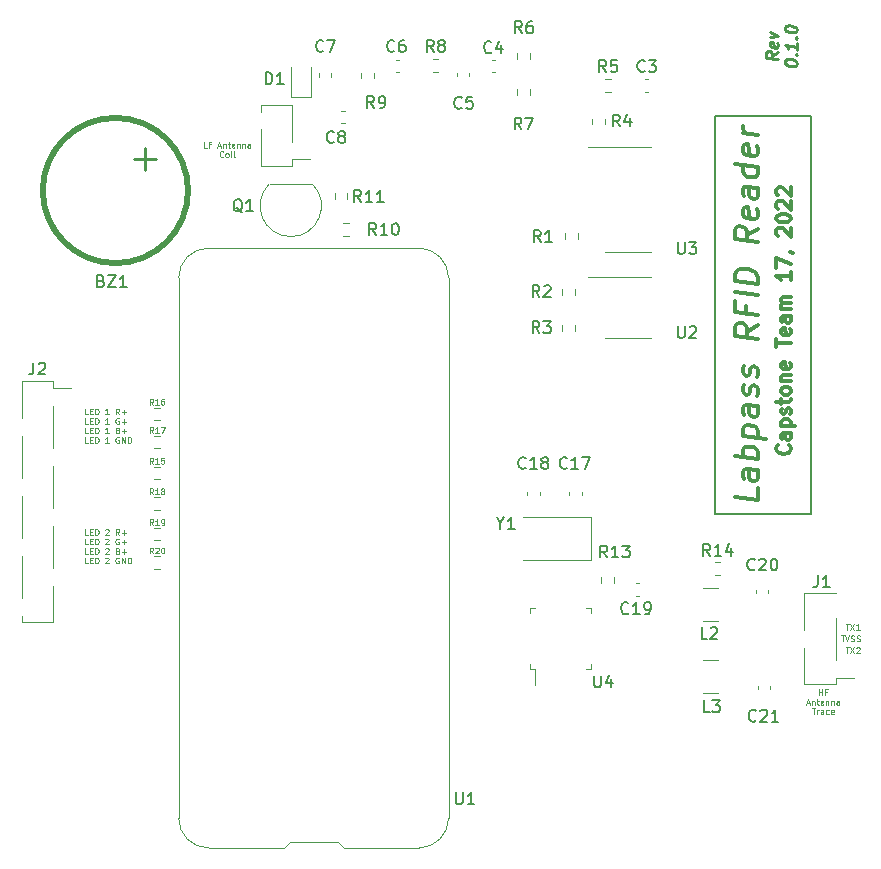
<source format=gto>
%TF.GenerationSoftware,KiCad,Pcbnew,(6.0.4-0)*%
%TF.CreationDate,2022-04-21T19:59:26-07:00*%
%TF.ProjectId,Labpass RFID Reader,4c616270-6173-4732-9052-464944205265,0.1.0*%
%TF.SameCoordinates,Original*%
%TF.FileFunction,Legend,Top*%
%TF.FilePolarity,Positive*%
%FSLAX46Y46*%
G04 Gerber Fmt 4.6, Leading zero omitted, Abs format (unit mm)*
G04 Created by KiCad (PCBNEW (6.0.4-0)) date 2022-04-21 19:59:26*
%MOMM*%
%LPD*%
G01*
G04 APERTURE LIST*
%ADD10C,0.150000*%
%ADD11C,0.100000*%
%ADD12C,0.300000*%
%ADD13C,0.250000*%
%ADD14C,0.120000*%
%ADD15C,0.500000*%
%ADD16C,0.050000*%
G04 APERTURE END LIST*
D10*
X167476169Y-103872169D02*
X175676169Y-103872169D01*
X175676169Y-103872169D02*
X175676169Y-70172169D01*
X175676169Y-70172169D02*
X167476169Y-70172169D01*
X167476169Y-70172169D02*
X167476169Y-103872169D01*
D11*
X114422142Y-95418690D02*
X114184047Y-95418690D01*
X114184047Y-94918690D01*
X114588809Y-95156785D02*
X114755476Y-95156785D01*
X114826904Y-95418690D02*
X114588809Y-95418690D01*
X114588809Y-94918690D01*
X114826904Y-94918690D01*
X115041190Y-95418690D02*
X115041190Y-94918690D01*
X115160238Y-94918690D01*
X115231666Y-94942500D01*
X115279285Y-94990119D01*
X115303095Y-95037738D01*
X115326904Y-95132976D01*
X115326904Y-95204404D01*
X115303095Y-95299642D01*
X115279285Y-95347261D01*
X115231666Y-95394880D01*
X115160238Y-95418690D01*
X115041190Y-95418690D01*
X116184047Y-95418690D02*
X115898333Y-95418690D01*
X116041190Y-95418690D02*
X116041190Y-94918690D01*
X115993571Y-94990119D01*
X115945952Y-95037738D01*
X115898333Y-95061547D01*
X117065000Y-95418690D02*
X116898333Y-95180595D01*
X116779285Y-95418690D02*
X116779285Y-94918690D01*
X116969761Y-94918690D01*
X117017380Y-94942500D01*
X117041190Y-94966309D01*
X117065000Y-95013928D01*
X117065000Y-95085357D01*
X117041190Y-95132976D01*
X117017380Y-95156785D01*
X116969761Y-95180595D01*
X116779285Y-95180595D01*
X117279285Y-95228214D02*
X117660238Y-95228214D01*
X117469761Y-95418690D02*
X117469761Y-95037738D01*
X114422142Y-96223690D02*
X114184047Y-96223690D01*
X114184047Y-95723690D01*
X114588809Y-95961785D02*
X114755476Y-95961785D01*
X114826904Y-96223690D02*
X114588809Y-96223690D01*
X114588809Y-95723690D01*
X114826904Y-95723690D01*
X115041190Y-96223690D02*
X115041190Y-95723690D01*
X115160238Y-95723690D01*
X115231666Y-95747500D01*
X115279285Y-95795119D01*
X115303095Y-95842738D01*
X115326904Y-95937976D01*
X115326904Y-96009404D01*
X115303095Y-96104642D01*
X115279285Y-96152261D01*
X115231666Y-96199880D01*
X115160238Y-96223690D01*
X115041190Y-96223690D01*
X116184047Y-96223690D02*
X115898333Y-96223690D01*
X116041190Y-96223690D02*
X116041190Y-95723690D01*
X115993571Y-95795119D01*
X115945952Y-95842738D01*
X115898333Y-95866547D01*
X117041190Y-95747500D02*
X116993571Y-95723690D01*
X116922142Y-95723690D01*
X116850714Y-95747500D01*
X116803095Y-95795119D01*
X116779285Y-95842738D01*
X116755476Y-95937976D01*
X116755476Y-96009404D01*
X116779285Y-96104642D01*
X116803095Y-96152261D01*
X116850714Y-96199880D01*
X116922142Y-96223690D01*
X116969761Y-96223690D01*
X117041190Y-96199880D01*
X117065000Y-96176071D01*
X117065000Y-96009404D01*
X116969761Y-96009404D01*
X117279285Y-96033214D02*
X117660238Y-96033214D01*
X117469761Y-96223690D02*
X117469761Y-95842738D01*
X114422142Y-97028690D02*
X114184047Y-97028690D01*
X114184047Y-96528690D01*
X114588809Y-96766785D02*
X114755476Y-96766785D01*
X114826904Y-97028690D02*
X114588809Y-97028690D01*
X114588809Y-96528690D01*
X114826904Y-96528690D01*
X115041190Y-97028690D02*
X115041190Y-96528690D01*
X115160238Y-96528690D01*
X115231666Y-96552500D01*
X115279285Y-96600119D01*
X115303095Y-96647738D01*
X115326904Y-96742976D01*
X115326904Y-96814404D01*
X115303095Y-96909642D01*
X115279285Y-96957261D01*
X115231666Y-97004880D01*
X115160238Y-97028690D01*
X115041190Y-97028690D01*
X116184047Y-97028690D02*
X115898333Y-97028690D01*
X116041190Y-97028690D02*
X116041190Y-96528690D01*
X115993571Y-96600119D01*
X115945952Y-96647738D01*
X115898333Y-96671547D01*
X116945952Y-96766785D02*
X117017380Y-96790595D01*
X117041190Y-96814404D01*
X117065000Y-96862023D01*
X117065000Y-96933452D01*
X117041190Y-96981071D01*
X117017380Y-97004880D01*
X116969761Y-97028690D01*
X116779285Y-97028690D01*
X116779285Y-96528690D01*
X116945952Y-96528690D01*
X116993571Y-96552500D01*
X117017380Y-96576309D01*
X117041190Y-96623928D01*
X117041190Y-96671547D01*
X117017380Y-96719166D01*
X116993571Y-96742976D01*
X116945952Y-96766785D01*
X116779285Y-96766785D01*
X117279285Y-96838214D02*
X117660238Y-96838214D01*
X117469761Y-97028690D02*
X117469761Y-96647738D01*
X114422142Y-97833690D02*
X114184047Y-97833690D01*
X114184047Y-97333690D01*
X114588809Y-97571785D02*
X114755476Y-97571785D01*
X114826904Y-97833690D02*
X114588809Y-97833690D01*
X114588809Y-97333690D01*
X114826904Y-97333690D01*
X115041190Y-97833690D02*
X115041190Y-97333690D01*
X115160238Y-97333690D01*
X115231666Y-97357500D01*
X115279285Y-97405119D01*
X115303095Y-97452738D01*
X115326904Y-97547976D01*
X115326904Y-97619404D01*
X115303095Y-97714642D01*
X115279285Y-97762261D01*
X115231666Y-97809880D01*
X115160238Y-97833690D01*
X115041190Y-97833690D01*
X116184047Y-97833690D02*
X115898333Y-97833690D01*
X116041190Y-97833690D02*
X116041190Y-97333690D01*
X115993571Y-97405119D01*
X115945952Y-97452738D01*
X115898333Y-97476547D01*
X117041190Y-97357500D02*
X116993571Y-97333690D01*
X116922142Y-97333690D01*
X116850714Y-97357500D01*
X116803095Y-97405119D01*
X116779285Y-97452738D01*
X116755476Y-97547976D01*
X116755476Y-97619404D01*
X116779285Y-97714642D01*
X116803095Y-97762261D01*
X116850714Y-97809880D01*
X116922142Y-97833690D01*
X116969761Y-97833690D01*
X117041190Y-97809880D01*
X117065000Y-97786071D01*
X117065000Y-97619404D01*
X116969761Y-97619404D01*
X117279285Y-97833690D02*
X117279285Y-97333690D01*
X117565000Y-97833690D01*
X117565000Y-97333690D01*
X117803095Y-97833690D02*
X117803095Y-97333690D01*
X117922142Y-97333690D01*
X117993571Y-97357500D01*
X118041190Y-97405119D01*
X118065000Y-97452738D01*
X118088809Y-97547976D01*
X118088809Y-97619404D01*
X118065000Y-97714642D01*
X118041190Y-97762261D01*
X117993571Y-97809880D01*
X117922142Y-97833690D01*
X117803095Y-97833690D01*
X178166666Y-114126190D02*
X178452380Y-114126190D01*
X178309523Y-114626190D02*
X178309523Y-114126190D01*
X178547619Y-114126190D02*
X178714285Y-114626190D01*
X178880952Y-114126190D01*
X179023809Y-114602380D02*
X179095238Y-114626190D01*
X179214285Y-114626190D01*
X179261904Y-114602380D01*
X179285714Y-114578571D01*
X179309523Y-114530952D01*
X179309523Y-114483333D01*
X179285714Y-114435714D01*
X179261904Y-114411904D01*
X179214285Y-114388095D01*
X179119047Y-114364285D01*
X179071428Y-114340476D01*
X179047619Y-114316666D01*
X179023809Y-114269047D01*
X179023809Y-114221428D01*
X179047619Y-114173809D01*
X179071428Y-114150000D01*
X179119047Y-114126190D01*
X179238095Y-114126190D01*
X179309523Y-114150000D01*
X179500000Y-114602380D02*
X179571428Y-114626190D01*
X179690476Y-114626190D01*
X179738095Y-114602380D01*
X179761904Y-114578571D01*
X179785714Y-114530952D01*
X179785714Y-114483333D01*
X179761904Y-114435714D01*
X179738095Y-114411904D01*
X179690476Y-114388095D01*
X179595238Y-114364285D01*
X179547619Y-114340476D01*
X179523809Y-114316666D01*
X179500000Y-114269047D01*
X179500000Y-114221428D01*
X179523809Y-114173809D01*
X179547619Y-114150000D01*
X179595238Y-114126190D01*
X179714285Y-114126190D01*
X179785714Y-114150000D01*
X124473809Y-72823690D02*
X124235714Y-72823690D01*
X124235714Y-72323690D01*
X124807142Y-72561785D02*
X124640476Y-72561785D01*
X124640476Y-72823690D02*
X124640476Y-72323690D01*
X124878571Y-72323690D01*
X125426190Y-72680833D02*
X125664285Y-72680833D01*
X125378571Y-72823690D02*
X125545238Y-72323690D01*
X125711904Y-72823690D01*
X125878571Y-72490357D02*
X125878571Y-72823690D01*
X125878571Y-72537976D02*
X125902380Y-72514166D01*
X125950000Y-72490357D01*
X126021428Y-72490357D01*
X126069047Y-72514166D01*
X126092857Y-72561785D01*
X126092857Y-72823690D01*
X126259523Y-72490357D02*
X126450000Y-72490357D01*
X126330952Y-72323690D02*
X126330952Y-72752261D01*
X126354761Y-72799880D01*
X126402380Y-72823690D01*
X126450000Y-72823690D01*
X126807142Y-72799880D02*
X126759523Y-72823690D01*
X126664285Y-72823690D01*
X126616666Y-72799880D01*
X126592857Y-72752261D01*
X126592857Y-72561785D01*
X126616666Y-72514166D01*
X126664285Y-72490357D01*
X126759523Y-72490357D01*
X126807142Y-72514166D01*
X126830952Y-72561785D01*
X126830952Y-72609404D01*
X126592857Y-72657023D01*
X127045238Y-72490357D02*
X127045238Y-72823690D01*
X127045238Y-72537976D02*
X127069047Y-72514166D01*
X127116666Y-72490357D01*
X127188095Y-72490357D01*
X127235714Y-72514166D01*
X127259523Y-72561785D01*
X127259523Y-72823690D01*
X127497619Y-72490357D02*
X127497619Y-72823690D01*
X127497619Y-72537976D02*
X127521428Y-72514166D01*
X127569047Y-72490357D01*
X127640476Y-72490357D01*
X127688095Y-72514166D01*
X127711904Y-72561785D01*
X127711904Y-72823690D01*
X128164285Y-72823690D02*
X128164285Y-72561785D01*
X128140476Y-72514166D01*
X128092857Y-72490357D01*
X127997619Y-72490357D01*
X127950000Y-72514166D01*
X128164285Y-72799880D02*
X128116666Y-72823690D01*
X127997619Y-72823690D01*
X127950000Y-72799880D01*
X127926190Y-72752261D01*
X127926190Y-72704642D01*
X127950000Y-72657023D01*
X127997619Y-72633214D01*
X128116666Y-72633214D01*
X128164285Y-72609404D01*
X125878571Y-73581071D02*
X125854761Y-73604880D01*
X125783333Y-73628690D01*
X125735714Y-73628690D01*
X125664285Y-73604880D01*
X125616666Y-73557261D01*
X125592857Y-73509642D01*
X125569047Y-73414404D01*
X125569047Y-73342976D01*
X125592857Y-73247738D01*
X125616666Y-73200119D01*
X125664285Y-73152500D01*
X125735714Y-73128690D01*
X125783333Y-73128690D01*
X125854761Y-73152500D01*
X125878571Y-73176309D01*
X126164285Y-73628690D02*
X126116666Y-73604880D01*
X126092857Y-73581071D01*
X126069047Y-73533452D01*
X126069047Y-73390595D01*
X126092857Y-73342976D01*
X126116666Y-73319166D01*
X126164285Y-73295357D01*
X126235714Y-73295357D01*
X126283333Y-73319166D01*
X126307142Y-73342976D01*
X126330952Y-73390595D01*
X126330952Y-73533452D01*
X126307142Y-73581071D01*
X126283333Y-73604880D01*
X126235714Y-73628690D01*
X126164285Y-73628690D01*
X126545238Y-73628690D02*
X126545238Y-73295357D01*
X126545238Y-73128690D02*
X126521428Y-73152500D01*
X126545238Y-73176309D01*
X126569047Y-73152500D01*
X126545238Y-73128690D01*
X126545238Y-73176309D01*
X126854761Y-73628690D02*
X126807142Y-73604880D01*
X126783333Y-73557261D01*
X126783333Y-73128690D01*
X176309039Y-119181470D02*
X176309039Y-118681470D01*
X176309039Y-118919565D02*
X176594753Y-118919565D01*
X176594753Y-119181470D02*
X176594753Y-118681470D01*
X176999515Y-118919565D02*
X176832848Y-118919565D01*
X176832848Y-119181470D02*
X176832848Y-118681470D01*
X177070943Y-118681470D01*
X175285229Y-119843613D02*
X175523324Y-119843613D01*
X175237610Y-119986470D02*
X175404277Y-119486470D01*
X175570943Y-119986470D01*
X175737610Y-119653137D02*
X175737610Y-119986470D01*
X175737610Y-119700756D02*
X175761420Y-119676946D01*
X175809039Y-119653137D01*
X175880467Y-119653137D01*
X175928086Y-119676946D01*
X175951896Y-119724565D01*
X175951896Y-119986470D01*
X176118562Y-119653137D02*
X176309039Y-119653137D01*
X176189991Y-119486470D02*
X176189991Y-119915041D01*
X176213801Y-119962660D01*
X176261420Y-119986470D01*
X176309039Y-119986470D01*
X176666182Y-119962660D02*
X176618562Y-119986470D01*
X176523324Y-119986470D01*
X176475705Y-119962660D01*
X176451896Y-119915041D01*
X176451896Y-119724565D01*
X176475705Y-119676946D01*
X176523324Y-119653137D01*
X176618562Y-119653137D01*
X176666182Y-119676946D01*
X176689991Y-119724565D01*
X176689991Y-119772184D01*
X176451896Y-119819803D01*
X176904277Y-119653137D02*
X176904277Y-119986470D01*
X176904277Y-119700756D02*
X176928086Y-119676946D01*
X176975705Y-119653137D01*
X177047134Y-119653137D01*
X177094753Y-119676946D01*
X177118562Y-119724565D01*
X177118562Y-119986470D01*
X177356658Y-119653137D02*
X177356658Y-119986470D01*
X177356658Y-119700756D02*
X177380467Y-119676946D01*
X177428086Y-119653137D01*
X177499515Y-119653137D01*
X177547134Y-119676946D01*
X177570943Y-119724565D01*
X177570943Y-119986470D01*
X178023324Y-119986470D02*
X178023324Y-119724565D01*
X177999515Y-119676946D01*
X177951896Y-119653137D01*
X177856658Y-119653137D01*
X177809039Y-119676946D01*
X178023324Y-119962660D02*
X177975705Y-119986470D01*
X177856658Y-119986470D01*
X177809039Y-119962660D01*
X177785229Y-119915041D01*
X177785229Y-119867422D01*
X177809039Y-119819803D01*
X177856658Y-119795994D01*
X177975705Y-119795994D01*
X178023324Y-119772184D01*
X175713801Y-120291470D02*
X175999515Y-120291470D01*
X175856658Y-120791470D02*
X175856658Y-120291470D01*
X176166182Y-120791470D02*
X176166182Y-120458137D01*
X176166182Y-120553375D02*
X176189991Y-120505756D01*
X176213801Y-120481946D01*
X176261420Y-120458137D01*
X176309039Y-120458137D01*
X176689991Y-120791470D02*
X176689991Y-120529565D01*
X176666182Y-120481946D01*
X176618562Y-120458137D01*
X176523324Y-120458137D01*
X176475705Y-120481946D01*
X176689991Y-120767660D02*
X176642372Y-120791470D01*
X176523324Y-120791470D01*
X176475705Y-120767660D01*
X176451896Y-120720041D01*
X176451896Y-120672422D01*
X176475705Y-120624803D01*
X176523324Y-120600994D01*
X176642372Y-120600994D01*
X176689991Y-120577184D01*
X177142372Y-120767660D02*
X177094753Y-120791470D01*
X176999515Y-120791470D01*
X176951896Y-120767660D01*
X176928086Y-120743851D01*
X176904277Y-120696232D01*
X176904277Y-120553375D01*
X176928086Y-120505756D01*
X176951896Y-120481946D01*
X176999515Y-120458137D01*
X177094753Y-120458137D01*
X177142372Y-120481946D01*
X177547134Y-120767660D02*
X177499515Y-120791470D01*
X177404277Y-120791470D01*
X177356658Y-120767660D01*
X177332848Y-120720041D01*
X177332848Y-120529565D01*
X177356658Y-120481946D01*
X177404277Y-120458137D01*
X177499515Y-120458137D01*
X177547134Y-120481946D01*
X177570943Y-120529565D01*
X177570943Y-120577184D01*
X177332848Y-120624803D01*
D12*
X173804740Y-98015026D02*
X173861883Y-98072169D01*
X173919026Y-98243597D01*
X173919026Y-98357883D01*
X173861883Y-98529311D01*
X173747597Y-98643597D01*
X173633311Y-98700740D01*
X173404740Y-98757883D01*
X173233311Y-98757883D01*
X173004740Y-98700740D01*
X172890454Y-98643597D01*
X172776169Y-98529311D01*
X172719026Y-98357883D01*
X172719026Y-98243597D01*
X172776169Y-98072169D01*
X172833311Y-98015026D01*
X173919026Y-96986454D02*
X173290454Y-96986454D01*
X173176169Y-97043597D01*
X173119026Y-97157883D01*
X173119026Y-97386454D01*
X173176169Y-97500740D01*
X173861883Y-96986454D02*
X173919026Y-97100740D01*
X173919026Y-97386454D01*
X173861883Y-97500740D01*
X173747597Y-97557883D01*
X173633311Y-97557883D01*
X173519026Y-97500740D01*
X173461883Y-97386454D01*
X173461883Y-97100740D01*
X173404740Y-96986454D01*
X173119026Y-96415026D02*
X174319026Y-96415026D01*
X173176169Y-96415026D02*
X173119026Y-96300740D01*
X173119026Y-96072169D01*
X173176169Y-95957883D01*
X173233311Y-95900740D01*
X173347597Y-95843597D01*
X173690454Y-95843597D01*
X173804740Y-95900740D01*
X173861883Y-95957883D01*
X173919026Y-96072169D01*
X173919026Y-96300740D01*
X173861883Y-96415026D01*
X173861883Y-95386454D02*
X173919026Y-95272169D01*
X173919026Y-95043597D01*
X173861883Y-94929311D01*
X173747597Y-94872169D01*
X173690454Y-94872169D01*
X173576169Y-94929311D01*
X173519026Y-95043597D01*
X173519026Y-95215026D01*
X173461883Y-95329311D01*
X173347597Y-95386454D01*
X173290454Y-95386454D01*
X173176169Y-95329311D01*
X173119026Y-95215026D01*
X173119026Y-95043597D01*
X173176169Y-94929311D01*
X173119026Y-94529311D02*
X173119026Y-94072169D01*
X172719026Y-94357883D02*
X173747597Y-94357883D01*
X173861883Y-94300740D01*
X173919026Y-94186454D01*
X173919026Y-94072169D01*
X173919026Y-93500740D02*
X173861883Y-93615026D01*
X173804740Y-93672169D01*
X173690454Y-93729311D01*
X173347597Y-93729311D01*
X173233311Y-93672169D01*
X173176169Y-93615026D01*
X173119026Y-93500740D01*
X173119026Y-93329311D01*
X173176169Y-93215026D01*
X173233311Y-93157883D01*
X173347597Y-93100740D01*
X173690454Y-93100740D01*
X173804740Y-93157883D01*
X173861883Y-93215026D01*
X173919026Y-93329311D01*
X173919026Y-93500740D01*
X173119026Y-92586454D02*
X173919026Y-92586454D01*
X173233311Y-92586454D02*
X173176169Y-92529311D01*
X173119026Y-92415026D01*
X173119026Y-92243597D01*
X173176169Y-92129311D01*
X173290454Y-92072169D01*
X173919026Y-92072169D01*
X173861883Y-91043597D02*
X173919026Y-91157883D01*
X173919026Y-91386454D01*
X173861883Y-91500740D01*
X173747597Y-91557883D01*
X173290454Y-91557883D01*
X173176169Y-91500740D01*
X173119026Y-91386454D01*
X173119026Y-91157883D01*
X173176169Y-91043597D01*
X173290454Y-90986454D01*
X173404740Y-90986454D01*
X173519026Y-91557883D01*
X172719026Y-89729311D02*
X172719026Y-89043597D01*
X173919026Y-89386454D02*
X172719026Y-89386454D01*
X173861883Y-88186454D02*
X173919026Y-88300740D01*
X173919026Y-88529311D01*
X173861883Y-88643597D01*
X173747597Y-88700740D01*
X173290454Y-88700740D01*
X173176169Y-88643597D01*
X173119026Y-88529311D01*
X173119026Y-88300740D01*
X173176169Y-88186454D01*
X173290454Y-88129311D01*
X173404740Y-88129311D01*
X173519026Y-88700740D01*
X173919026Y-87100740D02*
X173290454Y-87100740D01*
X173176169Y-87157883D01*
X173119026Y-87272169D01*
X173119026Y-87500740D01*
X173176169Y-87615026D01*
X173861883Y-87100740D02*
X173919026Y-87215026D01*
X173919026Y-87500740D01*
X173861883Y-87615026D01*
X173747597Y-87672169D01*
X173633311Y-87672169D01*
X173519026Y-87615026D01*
X173461883Y-87500740D01*
X173461883Y-87215026D01*
X173404740Y-87100740D01*
X173919026Y-86529311D02*
X173119026Y-86529311D01*
X173233311Y-86529311D02*
X173176169Y-86472169D01*
X173119026Y-86357883D01*
X173119026Y-86186454D01*
X173176169Y-86072169D01*
X173290454Y-86015026D01*
X173919026Y-86015026D01*
X173290454Y-86015026D02*
X173176169Y-85957883D01*
X173119026Y-85843597D01*
X173119026Y-85672169D01*
X173176169Y-85557883D01*
X173290454Y-85500740D01*
X173919026Y-85500740D01*
X173919026Y-83386454D02*
X173919026Y-84072169D01*
X173919026Y-83729311D02*
X172719026Y-83729311D01*
X172890454Y-83843597D01*
X173004740Y-83957883D01*
X173061883Y-84072169D01*
X172719026Y-82986454D02*
X172719026Y-82186454D01*
X173919026Y-82700740D01*
X173861883Y-81672169D02*
X173919026Y-81672169D01*
X174033311Y-81729311D01*
X174090454Y-81786454D01*
X172833311Y-80300740D02*
X172776169Y-80243597D01*
X172719026Y-80129311D01*
X172719026Y-79843597D01*
X172776169Y-79729311D01*
X172833311Y-79672169D01*
X172947597Y-79615026D01*
X173061883Y-79615026D01*
X173233311Y-79672169D01*
X173919026Y-80357883D01*
X173919026Y-79615026D01*
X172719026Y-78872169D02*
X172719026Y-78757883D01*
X172776169Y-78643597D01*
X172833311Y-78586454D01*
X172947597Y-78529311D01*
X173176169Y-78472169D01*
X173461883Y-78472169D01*
X173690454Y-78529311D01*
X173804740Y-78586454D01*
X173861883Y-78643597D01*
X173919026Y-78757883D01*
X173919026Y-78872169D01*
X173861883Y-78986454D01*
X173804740Y-79043597D01*
X173690454Y-79100740D01*
X173461883Y-79157883D01*
X173176169Y-79157883D01*
X172947597Y-79100740D01*
X172833311Y-79043597D01*
X172776169Y-78986454D01*
X172719026Y-78872169D01*
X172833311Y-78015026D02*
X172776169Y-77957883D01*
X172719026Y-77843597D01*
X172719026Y-77557883D01*
X172776169Y-77443597D01*
X172833311Y-77386454D01*
X172947597Y-77329311D01*
X173061883Y-77329311D01*
X173233311Y-77386454D01*
X173919026Y-78072169D01*
X173919026Y-77329311D01*
X172833311Y-76872169D02*
X172776169Y-76815026D01*
X172719026Y-76700740D01*
X172719026Y-76415026D01*
X172776169Y-76300740D01*
X172833311Y-76243597D01*
X172947597Y-76186454D01*
X173061883Y-76186454D01*
X173233311Y-76243597D01*
X173919026Y-76929311D01*
X173919026Y-76186454D01*
X171180930Y-101680561D02*
X171180930Y-102632942D01*
X169180930Y-102382942D01*
X171180930Y-100156752D02*
X170133311Y-100025799D01*
X169942835Y-100097228D01*
X169847597Y-100275799D01*
X169847597Y-100656752D01*
X169942835Y-100859133D01*
X171085692Y-100144847D02*
X171180930Y-100347228D01*
X171180930Y-100823419D01*
X171085692Y-101001990D01*
X170895216Y-101073419D01*
X170704740Y-101049609D01*
X170514264Y-100930561D01*
X170419026Y-100728180D01*
X170419026Y-100251990D01*
X170323788Y-100049609D01*
X171180930Y-99204371D02*
X169180930Y-98954371D01*
X169942835Y-99049609D02*
X169847597Y-98847228D01*
X169847597Y-98466276D01*
X169942835Y-98287704D01*
X170038073Y-98204371D01*
X170228549Y-98132942D01*
X170799978Y-98204371D01*
X170990454Y-98323419D01*
X171085692Y-98430561D01*
X171180930Y-98632942D01*
X171180930Y-99013895D01*
X171085692Y-99192466D01*
X169847597Y-97228180D02*
X171847597Y-97478180D01*
X169942835Y-97240085D02*
X169847597Y-97037704D01*
X169847597Y-96656752D01*
X169942835Y-96478180D01*
X170038073Y-96394847D01*
X170228549Y-96323419D01*
X170799978Y-96394847D01*
X170990454Y-96513895D01*
X171085692Y-96621038D01*
X171180930Y-96823419D01*
X171180930Y-97204371D01*
X171085692Y-97382942D01*
X171180930Y-94728180D02*
X170133311Y-94597228D01*
X169942835Y-94668657D01*
X169847597Y-94847228D01*
X169847597Y-95228180D01*
X169942835Y-95430561D01*
X171085692Y-94716276D02*
X171180930Y-94918657D01*
X171180930Y-95394847D01*
X171085692Y-95573419D01*
X170895216Y-95644847D01*
X170704740Y-95621038D01*
X170514264Y-95501990D01*
X170419026Y-95299609D01*
X170419026Y-94823419D01*
X170323788Y-94621038D01*
X171085692Y-93859133D02*
X171180930Y-93680561D01*
X171180930Y-93299609D01*
X171085692Y-93097228D01*
X170895216Y-92978180D01*
X170799978Y-92966276D01*
X170609502Y-93037704D01*
X170514264Y-93216276D01*
X170514264Y-93501990D01*
X170419026Y-93680561D01*
X170228549Y-93751990D01*
X170133311Y-93740085D01*
X169942835Y-93621038D01*
X169847597Y-93418657D01*
X169847597Y-93132942D01*
X169942835Y-92954371D01*
X171085692Y-92240085D02*
X171180930Y-92061514D01*
X171180930Y-91680561D01*
X171085692Y-91478180D01*
X170895216Y-91359133D01*
X170799978Y-91347228D01*
X170609502Y-91418657D01*
X170514264Y-91597228D01*
X170514264Y-91882942D01*
X170419026Y-92061514D01*
X170228549Y-92132942D01*
X170133311Y-92121038D01*
X169942835Y-92001990D01*
X169847597Y-91799609D01*
X169847597Y-91513895D01*
X169942835Y-91335323D01*
X171180930Y-87871038D02*
X170228549Y-88418657D01*
X171180930Y-89013895D02*
X169180930Y-88763895D01*
X169180930Y-88001990D01*
X169276169Y-87823419D01*
X169371407Y-87740085D01*
X169561883Y-87668657D01*
X169847597Y-87704371D01*
X170038073Y-87823419D01*
X170133311Y-87930561D01*
X170228549Y-88132942D01*
X170228549Y-88894847D01*
X170133311Y-86216276D02*
X170133311Y-86882942D01*
X171180930Y-87013895D02*
X169180930Y-86763895D01*
X169180930Y-85811514D01*
X171180930Y-85299609D02*
X169180930Y-85049609D01*
X171180930Y-84347228D02*
X169180930Y-84097228D01*
X169180930Y-83621038D01*
X169276169Y-83347228D01*
X169466645Y-83180561D01*
X169657121Y-83109133D01*
X170038073Y-83061514D01*
X170323788Y-83097228D01*
X170704740Y-83240085D01*
X170895216Y-83359133D01*
X171085692Y-83573419D01*
X171180930Y-83871038D01*
X171180930Y-84347228D01*
X171180930Y-79680561D02*
X170228549Y-80228180D01*
X171180930Y-80823419D02*
X169180930Y-80573419D01*
X169180930Y-79811514D01*
X169276169Y-79632942D01*
X169371407Y-79549609D01*
X169561883Y-79478180D01*
X169847597Y-79513895D01*
X170038073Y-79632942D01*
X170133311Y-79740085D01*
X170228549Y-79942466D01*
X170228549Y-80704371D01*
X171085692Y-78049609D02*
X171180930Y-78251990D01*
X171180930Y-78632942D01*
X171085692Y-78811514D01*
X170895216Y-78882942D01*
X170133311Y-78787704D01*
X169942835Y-78668657D01*
X169847597Y-78466276D01*
X169847597Y-78085323D01*
X169942835Y-77906752D01*
X170133311Y-77835323D01*
X170323788Y-77859133D01*
X170514264Y-78835323D01*
X171180930Y-76251990D02*
X170133311Y-76121038D01*
X169942835Y-76192466D01*
X169847597Y-76371038D01*
X169847597Y-76751990D01*
X169942835Y-76954371D01*
X171085692Y-76240085D02*
X171180930Y-76442466D01*
X171180930Y-76918657D01*
X171085692Y-77097228D01*
X170895216Y-77168657D01*
X170704740Y-77144847D01*
X170514264Y-77025799D01*
X170419026Y-76823419D01*
X170419026Y-76347228D01*
X170323788Y-76144847D01*
X171180930Y-74442466D02*
X169180930Y-74192466D01*
X171085692Y-74430561D02*
X171180930Y-74632942D01*
X171180930Y-75013895D01*
X171085692Y-75192466D01*
X170990454Y-75275799D01*
X170799978Y-75347228D01*
X170228549Y-75275799D01*
X170038073Y-75156752D01*
X169942835Y-75049609D01*
X169847597Y-74847228D01*
X169847597Y-74466276D01*
X169942835Y-74287704D01*
X171085692Y-72716276D02*
X171180930Y-72918657D01*
X171180930Y-73299609D01*
X171085692Y-73478180D01*
X170895216Y-73549609D01*
X170133311Y-73454371D01*
X169942835Y-73335323D01*
X169847597Y-73132942D01*
X169847597Y-72751990D01*
X169942835Y-72573419D01*
X170133311Y-72501990D01*
X170323788Y-72525799D01*
X170514264Y-73501990D01*
X171180930Y-71775799D02*
X169847597Y-71609133D01*
X170228549Y-71656752D02*
X170038073Y-71537704D01*
X169942835Y-71430561D01*
X169847597Y-71228180D01*
X169847597Y-71037704D01*
D11*
X178580952Y-115126190D02*
X178866666Y-115126190D01*
X178723809Y-115626190D02*
X178723809Y-115126190D01*
X178985714Y-115126190D02*
X179319047Y-115626190D01*
X179319047Y-115126190D02*
X178985714Y-115626190D01*
X179485714Y-115173809D02*
X179509523Y-115150000D01*
X179557142Y-115126190D01*
X179676190Y-115126190D01*
X179723809Y-115150000D01*
X179747619Y-115173809D01*
X179771428Y-115221428D01*
X179771428Y-115269047D01*
X179747619Y-115340476D01*
X179461904Y-115626190D01*
X179771428Y-115626190D01*
X178580952Y-113126190D02*
X178866666Y-113126190D01*
X178723809Y-113626190D02*
X178723809Y-113126190D01*
X178985714Y-113126190D02*
X179319047Y-113626190D01*
X179319047Y-113126190D02*
X178985714Y-113626190D01*
X179771428Y-113626190D02*
X179485714Y-113626190D01*
X179628571Y-113626190D02*
X179628571Y-113126190D01*
X179580952Y-113197619D01*
X179533333Y-113245238D01*
X179485714Y-113269047D01*
D13*
X172823549Y-64766841D02*
X172347359Y-65040651D01*
X172823549Y-65338270D02*
X171823549Y-65213270D01*
X171823549Y-64832317D01*
X171871169Y-64743032D01*
X171918788Y-64701365D01*
X172014026Y-64665651D01*
X172156883Y-64683508D01*
X172252121Y-64743032D01*
X172299740Y-64796603D01*
X172347359Y-64897794D01*
X172347359Y-65278746D01*
X172775930Y-63951365D02*
X172823549Y-64052555D01*
X172823549Y-64243032D01*
X172775930Y-64332317D01*
X172680692Y-64368032D01*
X172299740Y-64320413D01*
X172204502Y-64260889D01*
X172156883Y-64159698D01*
X172156883Y-63969222D01*
X172204502Y-63879936D01*
X172299740Y-63844222D01*
X172394978Y-63856127D01*
X172490216Y-64344222D01*
X172156883Y-63493032D02*
X172823549Y-63338270D01*
X172156883Y-63016841D01*
X173433549Y-65618032D02*
X173433549Y-65522794D01*
X173481169Y-65433508D01*
X173528788Y-65391841D01*
X173624026Y-65356127D01*
X173814502Y-65332317D01*
X174052597Y-65362079D01*
X174243073Y-65433508D01*
X174338311Y-65493032D01*
X174385930Y-65546603D01*
X174433549Y-65647794D01*
X174433549Y-65743032D01*
X174385930Y-65832317D01*
X174338311Y-65873984D01*
X174243073Y-65909698D01*
X174052597Y-65933508D01*
X173814502Y-65903746D01*
X173624026Y-65832317D01*
X173528788Y-65772794D01*
X173481169Y-65719222D01*
X173433549Y-65618032D01*
X174338311Y-64969222D02*
X174385930Y-64927555D01*
X174433549Y-64981127D01*
X174385930Y-65022794D01*
X174338311Y-64969222D01*
X174433549Y-64981127D01*
X174433549Y-63981127D02*
X174433549Y-64552555D01*
X174433549Y-64266841D02*
X173433549Y-64141841D01*
X173576407Y-64254936D01*
X173671645Y-64362079D01*
X173719264Y-64463270D01*
X174338311Y-63540651D02*
X174385930Y-63498984D01*
X174433549Y-63552555D01*
X174385930Y-63594222D01*
X174338311Y-63540651D01*
X174433549Y-63552555D01*
X173433549Y-62760889D02*
X173433549Y-62665651D01*
X173481169Y-62576365D01*
X173528788Y-62534698D01*
X173624026Y-62498984D01*
X173814502Y-62475174D01*
X174052597Y-62504936D01*
X174243073Y-62576365D01*
X174338311Y-62635889D01*
X174385930Y-62689460D01*
X174433549Y-62790651D01*
X174433549Y-62885889D01*
X174385930Y-62975174D01*
X174338311Y-63016841D01*
X174243073Y-63052555D01*
X174052597Y-63076365D01*
X173814502Y-63046603D01*
X173624026Y-62975174D01*
X173528788Y-62915651D01*
X173481169Y-62862079D01*
X173433549Y-62760889D01*
D11*
X114422142Y-105618690D02*
X114184047Y-105618690D01*
X114184047Y-105118690D01*
X114588809Y-105356785D02*
X114755476Y-105356785D01*
X114826904Y-105618690D02*
X114588809Y-105618690D01*
X114588809Y-105118690D01*
X114826904Y-105118690D01*
X115041190Y-105618690D02*
X115041190Y-105118690D01*
X115160238Y-105118690D01*
X115231666Y-105142500D01*
X115279285Y-105190119D01*
X115303095Y-105237738D01*
X115326904Y-105332976D01*
X115326904Y-105404404D01*
X115303095Y-105499642D01*
X115279285Y-105547261D01*
X115231666Y-105594880D01*
X115160238Y-105618690D01*
X115041190Y-105618690D01*
X115898333Y-105166309D02*
X115922142Y-105142500D01*
X115969761Y-105118690D01*
X116088809Y-105118690D01*
X116136428Y-105142500D01*
X116160238Y-105166309D01*
X116184047Y-105213928D01*
X116184047Y-105261547D01*
X116160238Y-105332976D01*
X115874523Y-105618690D01*
X116184047Y-105618690D01*
X117065000Y-105618690D02*
X116898333Y-105380595D01*
X116779285Y-105618690D02*
X116779285Y-105118690D01*
X116969761Y-105118690D01*
X117017380Y-105142500D01*
X117041190Y-105166309D01*
X117065000Y-105213928D01*
X117065000Y-105285357D01*
X117041190Y-105332976D01*
X117017380Y-105356785D01*
X116969761Y-105380595D01*
X116779285Y-105380595D01*
X117279285Y-105428214D02*
X117660238Y-105428214D01*
X117469761Y-105618690D02*
X117469761Y-105237738D01*
X114422142Y-106423690D02*
X114184047Y-106423690D01*
X114184047Y-105923690D01*
X114588809Y-106161785D02*
X114755476Y-106161785D01*
X114826904Y-106423690D02*
X114588809Y-106423690D01*
X114588809Y-105923690D01*
X114826904Y-105923690D01*
X115041190Y-106423690D02*
X115041190Y-105923690D01*
X115160238Y-105923690D01*
X115231666Y-105947500D01*
X115279285Y-105995119D01*
X115303095Y-106042738D01*
X115326904Y-106137976D01*
X115326904Y-106209404D01*
X115303095Y-106304642D01*
X115279285Y-106352261D01*
X115231666Y-106399880D01*
X115160238Y-106423690D01*
X115041190Y-106423690D01*
X115898333Y-105971309D02*
X115922142Y-105947500D01*
X115969761Y-105923690D01*
X116088809Y-105923690D01*
X116136428Y-105947500D01*
X116160238Y-105971309D01*
X116184047Y-106018928D01*
X116184047Y-106066547D01*
X116160238Y-106137976D01*
X115874523Y-106423690D01*
X116184047Y-106423690D01*
X117041190Y-105947500D02*
X116993571Y-105923690D01*
X116922142Y-105923690D01*
X116850714Y-105947500D01*
X116803095Y-105995119D01*
X116779285Y-106042738D01*
X116755476Y-106137976D01*
X116755476Y-106209404D01*
X116779285Y-106304642D01*
X116803095Y-106352261D01*
X116850714Y-106399880D01*
X116922142Y-106423690D01*
X116969761Y-106423690D01*
X117041190Y-106399880D01*
X117065000Y-106376071D01*
X117065000Y-106209404D01*
X116969761Y-106209404D01*
X117279285Y-106233214D02*
X117660238Y-106233214D01*
X117469761Y-106423690D02*
X117469761Y-106042738D01*
X114422142Y-107228690D02*
X114184047Y-107228690D01*
X114184047Y-106728690D01*
X114588809Y-106966785D02*
X114755476Y-106966785D01*
X114826904Y-107228690D02*
X114588809Y-107228690D01*
X114588809Y-106728690D01*
X114826904Y-106728690D01*
X115041190Y-107228690D02*
X115041190Y-106728690D01*
X115160238Y-106728690D01*
X115231666Y-106752500D01*
X115279285Y-106800119D01*
X115303095Y-106847738D01*
X115326904Y-106942976D01*
X115326904Y-107014404D01*
X115303095Y-107109642D01*
X115279285Y-107157261D01*
X115231666Y-107204880D01*
X115160238Y-107228690D01*
X115041190Y-107228690D01*
X115898333Y-106776309D02*
X115922142Y-106752500D01*
X115969761Y-106728690D01*
X116088809Y-106728690D01*
X116136428Y-106752500D01*
X116160238Y-106776309D01*
X116184047Y-106823928D01*
X116184047Y-106871547D01*
X116160238Y-106942976D01*
X115874523Y-107228690D01*
X116184047Y-107228690D01*
X116945952Y-106966785D02*
X117017380Y-106990595D01*
X117041190Y-107014404D01*
X117065000Y-107062023D01*
X117065000Y-107133452D01*
X117041190Y-107181071D01*
X117017380Y-107204880D01*
X116969761Y-107228690D01*
X116779285Y-107228690D01*
X116779285Y-106728690D01*
X116945952Y-106728690D01*
X116993571Y-106752500D01*
X117017380Y-106776309D01*
X117041190Y-106823928D01*
X117041190Y-106871547D01*
X117017380Y-106919166D01*
X116993571Y-106942976D01*
X116945952Y-106966785D01*
X116779285Y-106966785D01*
X117279285Y-107038214D02*
X117660238Y-107038214D01*
X117469761Y-107228690D02*
X117469761Y-106847738D01*
X114422142Y-108033690D02*
X114184047Y-108033690D01*
X114184047Y-107533690D01*
X114588809Y-107771785D02*
X114755476Y-107771785D01*
X114826904Y-108033690D02*
X114588809Y-108033690D01*
X114588809Y-107533690D01*
X114826904Y-107533690D01*
X115041190Y-108033690D02*
X115041190Y-107533690D01*
X115160238Y-107533690D01*
X115231666Y-107557500D01*
X115279285Y-107605119D01*
X115303095Y-107652738D01*
X115326904Y-107747976D01*
X115326904Y-107819404D01*
X115303095Y-107914642D01*
X115279285Y-107962261D01*
X115231666Y-108009880D01*
X115160238Y-108033690D01*
X115041190Y-108033690D01*
X115898333Y-107581309D02*
X115922142Y-107557500D01*
X115969761Y-107533690D01*
X116088809Y-107533690D01*
X116136428Y-107557500D01*
X116160238Y-107581309D01*
X116184047Y-107628928D01*
X116184047Y-107676547D01*
X116160238Y-107747976D01*
X115874523Y-108033690D01*
X116184047Y-108033690D01*
X117041190Y-107557500D02*
X116993571Y-107533690D01*
X116922142Y-107533690D01*
X116850714Y-107557500D01*
X116803095Y-107605119D01*
X116779285Y-107652738D01*
X116755476Y-107747976D01*
X116755476Y-107819404D01*
X116779285Y-107914642D01*
X116803095Y-107962261D01*
X116850714Y-108009880D01*
X116922142Y-108033690D01*
X116969761Y-108033690D01*
X117041190Y-108009880D01*
X117065000Y-107986071D01*
X117065000Y-107819404D01*
X116969761Y-107819404D01*
X117279285Y-108033690D02*
X117279285Y-107533690D01*
X117565000Y-108033690D01*
X117565000Y-107533690D01*
X117803095Y-108033690D02*
X117803095Y-107533690D01*
X117922142Y-107533690D01*
X117993571Y-107557500D01*
X118041190Y-107605119D01*
X118065000Y-107652738D01*
X118088809Y-107747976D01*
X118088809Y-107819404D01*
X118065000Y-107914642D01*
X118041190Y-107962261D01*
X117993571Y-108009880D01*
X117922142Y-108033690D01*
X117803095Y-108033690D01*
%TO.C,R15*%
X119944753Y-99586470D02*
X119778086Y-99348375D01*
X119659039Y-99586470D02*
X119659039Y-99086470D01*
X119849515Y-99086470D01*
X119897134Y-99110280D01*
X119920943Y-99134089D01*
X119944753Y-99181708D01*
X119944753Y-99253137D01*
X119920943Y-99300756D01*
X119897134Y-99324565D01*
X119849515Y-99348375D01*
X119659039Y-99348375D01*
X120420943Y-99586470D02*
X120135229Y-99586470D01*
X120278086Y-99586470D02*
X120278086Y-99086470D01*
X120230467Y-99157899D01*
X120182848Y-99205518D01*
X120135229Y-99229327D01*
X120873324Y-99086470D02*
X120635229Y-99086470D01*
X120611420Y-99324565D01*
X120635229Y-99300756D01*
X120682848Y-99276946D01*
X120801896Y-99276946D01*
X120849515Y-99300756D01*
X120873324Y-99324565D01*
X120897134Y-99372184D01*
X120897134Y-99491232D01*
X120873324Y-99538851D01*
X120849515Y-99562660D01*
X120801896Y-99586470D01*
X120682848Y-99586470D01*
X120635229Y-99562660D01*
X120611420Y-99538851D01*
D10*
%TO.C,C4*%
X148574502Y-64733311D02*
X148526883Y-64780930D01*
X148384026Y-64828549D01*
X148288788Y-64828549D01*
X148145930Y-64780930D01*
X148050692Y-64685692D01*
X148003073Y-64590454D01*
X147955454Y-64399978D01*
X147955454Y-64257121D01*
X148003073Y-64066645D01*
X148050692Y-63971407D01*
X148145930Y-63876169D01*
X148288788Y-63828549D01*
X148384026Y-63828549D01*
X148526883Y-63876169D01*
X148574502Y-63923788D01*
X149431645Y-64161883D02*
X149431645Y-64828549D01*
X149193549Y-63780930D02*
X148955454Y-64495216D01*
X149574502Y-64495216D01*
%TO.C,D1*%
X129459073Y-67462549D02*
X129459073Y-66462549D01*
X129697169Y-66462549D01*
X129840026Y-66510169D01*
X129935264Y-66605407D01*
X129982883Y-66700645D01*
X130030502Y-66891121D01*
X130030502Y-67033978D01*
X129982883Y-67224454D01*
X129935264Y-67319692D01*
X129840026Y-67414930D01*
X129697169Y-67462549D01*
X129459073Y-67462549D01*
X130982883Y-67462549D02*
X130411454Y-67462549D01*
X130697169Y-67462549D02*
X130697169Y-66462549D01*
X130601930Y-66605407D01*
X130506692Y-66700645D01*
X130411454Y-66748264D01*
%TO.C,Y1*%
X149349978Y-104648359D02*
X149349978Y-105124549D01*
X149016645Y-104124549D02*
X149349978Y-104648359D01*
X149683311Y-104124549D01*
X150540454Y-105124549D02*
X149969026Y-105124549D01*
X150254740Y-105124549D02*
X150254740Y-104124549D01*
X150159502Y-104267407D01*
X150064264Y-104362645D01*
X149969026Y-104410264D01*
%TO.C,BZ1*%
X115545216Y-84100740D02*
X115688073Y-84148359D01*
X115735692Y-84195978D01*
X115783311Y-84291216D01*
X115783311Y-84434073D01*
X115735692Y-84529311D01*
X115688073Y-84576930D01*
X115592835Y-84624549D01*
X115211883Y-84624549D01*
X115211883Y-83624549D01*
X115545216Y-83624549D01*
X115640454Y-83672169D01*
X115688073Y-83719788D01*
X115735692Y-83815026D01*
X115735692Y-83910264D01*
X115688073Y-84005502D01*
X115640454Y-84053121D01*
X115545216Y-84100740D01*
X115211883Y-84100740D01*
X116116645Y-83624549D02*
X116783311Y-83624549D01*
X116116645Y-84624549D01*
X116783311Y-84624549D01*
X117688073Y-84624549D02*
X117116645Y-84624549D01*
X117402359Y-84624549D02*
X117402359Y-83624549D01*
X117307121Y-83767407D01*
X117211883Y-83862645D01*
X117116645Y-83910264D01*
D13*
X120202549Y-73777597D02*
X118297788Y-73777597D01*
X119250169Y-72825216D02*
X119250169Y-74729978D01*
D10*
%TO.C,L2*%
X166859502Y-114424549D02*
X166383311Y-114424549D01*
X166383311Y-113424549D01*
X167145216Y-113519788D02*
X167192835Y-113472169D01*
X167288073Y-113424549D01*
X167526169Y-113424549D01*
X167621407Y-113472169D01*
X167669026Y-113519788D01*
X167716645Y-113615026D01*
X167716645Y-113710264D01*
X167669026Y-113853121D01*
X167097597Y-114424549D01*
X167716645Y-114424549D01*
%TO.C,C19*%
X160183311Y-112229311D02*
X160135692Y-112276930D01*
X159992835Y-112324549D01*
X159897597Y-112324549D01*
X159754740Y-112276930D01*
X159659502Y-112181692D01*
X159611883Y-112086454D01*
X159564264Y-111895978D01*
X159564264Y-111753121D01*
X159611883Y-111562645D01*
X159659502Y-111467407D01*
X159754740Y-111372169D01*
X159897597Y-111324549D01*
X159992835Y-111324549D01*
X160135692Y-111372169D01*
X160183311Y-111419788D01*
X161135692Y-112324549D02*
X160564264Y-112324549D01*
X160849978Y-112324549D02*
X160849978Y-111324549D01*
X160754740Y-111467407D01*
X160659502Y-111562645D01*
X160564264Y-111610264D01*
X161611883Y-112324549D02*
X161802359Y-112324549D01*
X161897597Y-112276930D01*
X161945216Y-112229311D01*
X162040454Y-112086454D01*
X162088073Y-111895978D01*
X162088073Y-111515026D01*
X162040454Y-111419788D01*
X161992835Y-111372169D01*
X161897597Y-111324549D01*
X161707121Y-111324549D01*
X161611883Y-111372169D01*
X161564264Y-111419788D01*
X161516645Y-111515026D01*
X161516645Y-111753121D01*
X161564264Y-111848359D01*
X161611883Y-111895978D01*
X161707121Y-111943597D01*
X161897597Y-111943597D01*
X161992835Y-111895978D01*
X162040454Y-111848359D01*
X162088073Y-111753121D01*
%TO.C,C8*%
X135243198Y-72329311D02*
X135195579Y-72376930D01*
X135052722Y-72424549D01*
X134957484Y-72424549D01*
X134814626Y-72376930D01*
X134719388Y-72281692D01*
X134671769Y-72186454D01*
X134624150Y-71995978D01*
X134624150Y-71853121D01*
X134671769Y-71662645D01*
X134719388Y-71567407D01*
X134814626Y-71472169D01*
X134957484Y-71424549D01*
X135052722Y-71424549D01*
X135195579Y-71472169D01*
X135243198Y-71519788D01*
X135814626Y-71853121D02*
X135719388Y-71805502D01*
X135671769Y-71757883D01*
X135624150Y-71662645D01*
X135624150Y-71615026D01*
X135671769Y-71519788D01*
X135719388Y-71472169D01*
X135814626Y-71424549D01*
X136005103Y-71424549D01*
X136100341Y-71472169D01*
X136147960Y-71519788D01*
X136195579Y-71615026D01*
X136195579Y-71662645D01*
X136147960Y-71757883D01*
X136100341Y-71805502D01*
X136005103Y-71853121D01*
X135814626Y-71853121D01*
X135719388Y-71900740D01*
X135671769Y-71948359D01*
X135624150Y-72043597D01*
X135624150Y-72234073D01*
X135671769Y-72329311D01*
X135719388Y-72376930D01*
X135814626Y-72424549D01*
X136005103Y-72424549D01*
X136100341Y-72376930D01*
X136147960Y-72329311D01*
X136195579Y-72234073D01*
X136195579Y-72043597D01*
X136147960Y-71948359D01*
X136100341Y-71900740D01*
X136005103Y-71853121D01*
D11*
%TO.C,R20*%
X119944753Y-107186470D02*
X119778086Y-106948375D01*
X119659039Y-107186470D02*
X119659039Y-106686470D01*
X119849515Y-106686470D01*
X119897134Y-106710280D01*
X119920943Y-106734089D01*
X119944753Y-106781708D01*
X119944753Y-106853137D01*
X119920943Y-106900756D01*
X119897134Y-106924565D01*
X119849515Y-106948375D01*
X119659039Y-106948375D01*
X120135229Y-106734089D02*
X120159039Y-106710280D01*
X120206658Y-106686470D01*
X120325705Y-106686470D01*
X120373324Y-106710280D01*
X120397134Y-106734089D01*
X120420943Y-106781708D01*
X120420943Y-106829327D01*
X120397134Y-106900756D01*
X120111420Y-107186470D01*
X120420943Y-107186470D01*
X120730467Y-106686470D02*
X120778086Y-106686470D01*
X120825705Y-106710280D01*
X120849515Y-106734089D01*
X120873324Y-106781708D01*
X120897134Y-106876946D01*
X120897134Y-106995994D01*
X120873324Y-107091232D01*
X120849515Y-107138851D01*
X120825705Y-107162660D01*
X120778086Y-107186470D01*
X120730467Y-107186470D01*
X120682848Y-107162660D01*
X120659039Y-107138851D01*
X120635229Y-107091232D01*
X120611420Y-106995994D01*
X120611420Y-106876946D01*
X120635229Y-106781708D01*
X120659039Y-106734089D01*
X120682848Y-106710280D01*
X120730467Y-106686470D01*
D10*
%TO.C,R14*%
X167098311Y-107386549D02*
X166764978Y-106910359D01*
X166526883Y-107386549D02*
X166526883Y-106386549D01*
X166907835Y-106386549D01*
X167003073Y-106434169D01*
X167050692Y-106481788D01*
X167098311Y-106577026D01*
X167098311Y-106719883D01*
X167050692Y-106815121D01*
X167003073Y-106862740D01*
X166907835Y-106910359D01*
X166526883Y-106910359D01*
X168050692Y-107386549D02*
X167479264Y-107386549D01*
X167764978Y-107386549D02*
X167764978Y-106386549D01*
X167669740Y-106529407D01*
X167574502Y-106624645D01*
X167479264Y-106672264D01*
X168907835Y-106719883D02*
X168907835Y-107386549D01*
X168669740Y-106338930D02*
X168431645Y-107053216D01*
X169050692Y-107053216D01*
%TO.C,R5*%
X158302502Y-66424549D02*
X157969169Y-65948359D01*
X157731073Y-66424549D02*
X157731073Y-65424549D01*
X158112026Y-65424549D01*
X158207264Y-65472169D01*
X158254883Y-65519788D01*
X158302502Y-65615026D01*
X158302502Y-65757883D01*
X158254883Y-65853121D01*
X158207264Y-65900740D01*
X158112026Y-65948359D01*
X157731073Y-65948359D01*
X159207264Y-65424549D02*
X158731073Y-65424549D01*
X158683454Y-65900740D01*
X158731073Y-65853121D01*
X158826311Y-65805502D01*
X159064407Y-65805502D01*
X159159645Y-65853121D01*
X159207264Y-65900740D01*
X159254883Y-65995978D01*
X159254883Y-66234073D01*
X159207264Y-66329311D01*
X159159645Y-66376930D01*
X159064407Y-66424549D01*
X158826311Y-66424549D01*
X158731073Y-66376930D01*
X158683454Y-66329311D01*
%TO.C,Q1*%
X127489943Y-78307899D02*
X127394705Y-78260280D01*
X127299467Y-78165041D01*
X127156610Y-78022184D01*
X127061372Y-77974565D01*
X126966134Y-77974565D01*
X127013753Y-78212660D02*
X126918515Y-78165041D01*
X126823277Y-78069803D01*
X126775658Y-77879327D01*
X126775658Y-77545994D01*
X126823277Y-77355518D01*
X126918515Y-77260280D01*
X127013753Y-77212660D01*
X127204229Y-77212660D01*
X127299467Y-77260280D01*
X127394705Y-77355518D01*
X127442324Y-77545994D01*
X127442324Y-77879327D01*
X127394705Y-78069803D01*
X127299467Y-78165041D01*
X127204229Y-78212660D01*
X127013753Y-78212660D01*
X128394705Y-78212660D02*
X127823277Y-78212660D01*
X128108991Y-78212660D02*
X128108991Y-77212660D01*
X128013753Y-77355518D01*
X127918515Y-77450756D01*
X127823277Y-77498375D01*
%TO.C,R4*%
X159459502Y-71024549D02*
X159126169Y-70548359D01*
X158888073Y-71024549D02*
X158888073Y-70024549D01*
X159269026Y-70024549D01*
X159364264Y-70072169D01*
X159411883Y-70119788D01*
X159459502Y-70215026D01*
X159459502Y-70357883D01*
X159411883Y-70453121D01*
X159364264Y-70500740D01*
X159269026Y-70548359D01*
X158888073Y-70548359D01*
X160316645Y-70357883D02*
X160316645Y-71024549D01*
X160078549Y-69976930D02*
X159840454Y-70691216D01*
X160459502Y-70691216D01*
%TO.C,R10*%
X138823324Y-80212660D02*
X138489991Y-79736470D01*
X138251896Y-80212660D02*
X138251896Y-79212660D01*
X138632848Y-79212660D01*
X138728086Y-79260280D01*
X138775705Y-79307899D01*
X138823324Y-79403137D01*
X138823324Y-79545994D01*
X138775705Y-79641232D01*
X138728086Y-79688851D01*
X138632848Y-79736470D01*
X138251896Y-79736470D01*
X139775705Y-80212660D02*
X139204277Y-80212660D01*
X139489991Y-80212660D02*
X139489991Y-79212660D01*
X139394753Y-79355518D01*
X139299515Y-79450756D01*
X139204277Y-79498375D01*
X140394753Y-79212660D02*
X140489991Y-79212660D01*
X140585229Y-79260280D01*
X140632848Y-79307899D01*
X140680467Y-79403137D01*
X140728086Y-79593613D01*
X140728086Y-79831708D01*
X140680467Y-80022184D01*
X140632848Y-80117422D01*
X140585229Y-80165041D01*
X140489991Y-80212660D01*
X140394753Y-80212660D01*
X140299515Y-80165041D01*
X140251896Y-80117422D01*
X140204277Y-80022184D01*
X140156658Y-79831708D01*
X140156658Y-79593613D01*
X140204277Y-79403137D01*
X140251896Y-79307899D01*
X140299515Y-79260280D01*
X140394753Y-79212660D01*
%TO.C,R3*%
X152651502Y-88529549D02*
X152318169Y-88053359D01*
X152080073Y-88529549D02*
X152080073Y-87529549D01*
X152461026Y-87529549D01*
X152556264Y-87577169D01*
X152603883Y-87624788D01*
X152651502Y-87720026D01*
X152651502Y-87862883D01*
X152603883Y-87958121D01*
X152556264Y-88005740D01*
X152461026Y-88053359D01*
X152080073Y-88053359D01*
X152984835Y-87529549D02*
X153603883Y-87529549D01*
X153270549Y-87910502D01*
X153413407Y-87910502D01*
X153508645Y-87958121D01*
X153556264Y-88005740D01*
X153603883Y-88100978D01*
X153603883Y-88339073D01*
X153556264Y-88434311D01*
X153508645Y-88481930D01*
X153413407Y-88529549D01*
X153127692Y-88529549D01*
X153032454Y-88481930D01*
X152984835Y-88434311D01*
D11*
%TO.C,R16*%
X119944753Y-94586470D02*
X119778086Y-94348375D01*
X119659039Y-94586470D02*
X119659039Y-94086470D01*
X119849515Y-94086470D01*
X119897134Y-94110280D01*
X119920943Y-94134089D01*
X119944753Y-94181708D01*
X119944753Y-94253137D01*
X119920943Y-94300756D01*
X119897134Y-94324565D01*
X119849515Y-94348375D01*
X119659039Y-94348375D01*
X120420943Y-94586470D02*
X120135229Y-94586470D01*
X120278086Y-94586470D02*
X120278086Y-94086470D01*
X120230467Y-94157899D01*
X120182848Y-94205518D01*
X120135229Y-94229327D01*
X120849515Y-94086470D02*
X120754277Y-94086470D01*
X120706658Y-94110280D01*
X120682848Y-94134089D01*
X120635229Y-94205518D01*
X120611420Y-94300756D01*
X120611420Y-94491232D01*
X120635229Y-94538851D01*
X120659039Y-94562660D01*
X120706658Y-94586470D01*
X120801896Y-94586470D01*
X120849515Y-94562660D01*
X120873324Y-94538851D01*
X120897134Y-94491232D01*
X120897134Y-94372184D01*
X120873324Y-94324565D01*
X120849515Y-94300756D01*
X120801896Y-94276946D01*
X120706658Y-94276946D01*
X120659039Y-94300756D01*
X120635229Y-94324565D01*
X120611420Y-94372184D01*
D10*
%TO.C,J2*%
X109811666Y-91032380D02*
X109811666Y-91746666D01*
X109764047Y-91889523D01*
X109668809Y-91984761D01*
X109525952Y-92032380D01*
X109430714Y-92032380D01*
X110240238Y-91127619D02*
X110287857Y-91080000D01*
X110383095Y-91032380D01*
X110621190Y-91032380D01*
X110716428Y-91080000D01*
X110764047Y-91127619D01*
X110811666Y-91222857D01*
X110811666Y-91318095D01*
X110764047Y-91460952D01*
X110192619Y-92032380D01*
X110811666Y-92032380D01*
%TO.C,R9*%
X138643198Y-69462245D02*
X138309865Y-68986055D01*
X138071769Y-69462245D02*
X138071769Y-68462245D01*
X138452722Y-68462245D01*
X138547960Y-68509865D01*
X138595579Y-68557484D01*
X138643198Y-68652722D01*
X138643198Y-68795579D01*
X138595579Y-68890817D01*
X138547960Y-68938436D01*
X138452722Y-68986055D01*
X138071769Y-68986055D01*
X139119388Y-69462245D02*
X139309865Y-69462245D01*
X139405103Y-69414626D01*
X139452722Y-69367007D01*
X139547960Y-69224150D01*
X139595579Y-69033674D01*
X139595579Y-68652722D01*
X139547960Y-68557484D01*
X139500341Y-68509865D01*
X139405103Y-68462245D01*
X139214626Y-68462245D01*
X139119388Y-68509865D01*
X139071769Y-68557484D01*
X139024150Y-68652722D01*
X139024150Y-68890817D01*
X139071769Y-68986055D01*
X139119388Y-69033674D01*
X139214626Y-69081293D01*
X139405103Y-69081293D01*
X139500341Y-69033674D01*
X139547960Y-68986055D01*
X139595579Y-68890817D01*
%TO.C,C3*%
X161569502Y-66329311D02*
X161521883Y-66376930D01*
X161379026Y-66424549D01*
X161283788Y-66424549D01*
X161140930Y-66376930D01*
X161045692Y-66281692D01*
X160998073Y-66186454D01*
X160950454Y-65995978D01*
X160950454Y-65853121D01*
X160998073Y-65662645D01*
X161045692Y-65567407D01*
X161140930Y-65472169D01*
X161283788Y-65424549D01*
X161379026Y-65424549D01*
X161521883Y-65472169D01*
X161569502Y-65519788D01*
X161902835Y-65424549D02*
X162521883Y-65424549D01*
X162188549Y-65805502D01*
X162331407Y-65805502D01*
X162426645Y-65853121D01*
X162474264Y-65900740D01*
X162521883Y-65995978D01*
X162521883Y-66234073D01*
X162474264Y-66329311D01*
X162426645Y-66376930D01*
X162331407Y-66424549D01*
X162045692Y-66424549D01*
X161950454Y-66376930D01*
X161902835Y-66329311D01*
%TO.C,C17*%
X154983311Y-99929311D02*
X154935692Y-99976930D01*
X154792835Y-100024549D01*
X154697597Y-100024549D01*
X154554740Y-99976930D01*
X154459502Y-99881692D01*
X154411883Y-99786454D01*
X154364264Y-99595978D01*
X154364264Y-99453121D01*
X154411883Y-99262645D01*
X154459502Y-99167407D01*
X154554740Y-99072169D01*
X154697597Y-99024549D01*
X154792835Y-99024549D01*
X154935692Y-99072169D01*
X154983311Y-99119788D01*
X155935692Y-100024549D02*
X155364264Y-100024549D01*
X155649978Y-100024549D02*
X155649978Y-99024549D01*
X155554740Y-99167407D01*
X155459502Y-99262645D01*
X155364264Y-99310264D01*
X156269026Y-99024549D02*
X156935692Y-99024549D01*
X156507121Y-100024549D01*
D11*
%TO.C,R18*%
X119944753Y-102186470D02*
X119778086Y-101948375D01*
X119659039Y-102186470D02*
X119659039Y-101686470D01*
X119849515Y-101686470D01*
X119897134Y-101710280D01*
X119920943Y-101734089D01*
X119944753Y-101781708D01*
X119944753Y-101853137D01*
X119920943Y-101900756D01*
X119897134Y-101924565D01*
X119849515Y-101948375D01*
X119659039Y-101948375D01*
X120420943Y-102186470D02*
X120135229Y-102186470D01*
X120278086Y-102186470D02*
X120278086Y-101686470D01*
X120230467Y-101757899D01*
X120182848Y-101805518D01*
X120135229Y-101829327D01*
X120706658Y-101900756D02*
X120659039Y-101876946D01*
X120635229Y-101853137D01*
X120611420Y-101805518D01*
X120611420Y-101781708D01*
X120635229Y-101734089D01*
X120659039Y-101710280D01*
X120706658Y-101686470D01*
X120801896Y-101686470D01*
X120849515Y-101710280D01*
X120873324Y-101734089D01*
X120897134Y-101781708D01*
X120897134Y-101805518D01*
X120873324Y-101853137D01*
X120849515Y-101876946D01*
X120801896Y-101900756D01*
X120706658Y-101900756D01*
X120659039Y-101924565D01*
X120635229Y-101948375D01*
X120611420Y-101995994D01*
X120611420Y-102091232D01*
X120635229Y-102138851D01*
X120659039Y-102162660D01*
X120706658Y-102186470D01*
X120801896Y-102186470D01*
X120849515Y-102162660D01*
X120873324Y-102138851D01*
X120897134Y-102091232D01*
X120897134Y-101995994D01*
X120873324Y-101948375D01*
X120849515Y-101924565D01*
X120801896Y-101900756D01*
D10*
%TO.C,R7*%
X151127502Y-71288549D02*
X150794169Y-70812359D01*
X150556073Y-71288549D02*
X150556073Y-70288549D01*
X150937026Y-70288549D01*
X151032264Y-70336169D01*
X151079883Y-70383788D01*
X151127502Y-70479026D01*
X151127502Y-70621883D01*
X151079883Y-70717121D01*
X151032264Y-70764740D01*
X150937026Y-70812359D01*
X150556073Y-70812359D01*
X151460835Y-70288549D02*
X152127502Y-70288549D01*
X151698930Y-71288549D01*
%TO.C,C18*%
X151483311Y-99929311D02*
X151435692Y-99976930D01*
X151292835Y-100024549D01*
X151197597Y-100024549D01*
X151054740Y-99976930D01*
X150959502Y-99881692D01*
X150911883Y-99786454D01*
X150864264Y-99595978D01*
X150864264Y-99453121D01*
X150911883Y-99262645D01*
X150959502Y-99167407D01*
X151054740Y-99072169D01*
X151197597Y-99024549D01*
X151292835Y-99024549D01*
X151435692Y-99072169D01*
X151483311Y-99119788D01*
X152435692Y-100024549D02*
X151864264Y-100024549D01*
X152149978Y-100024549D02*
X152149978Y-99024549D01*
X152054740Y-99167407D01*
X151959502Y-99262645D01*
X151864264Y-99310264D01*
X153007121Y-99453121D02*
X152911883Y-99405502D01*
X152864264Y-99357883D01*
X152816645Y-99262645D01*
X152816645Y-99215026D01*
X152864264Y-99119788D01*
X152911883Y-99072169D01*
X153007121Y-99024549D01*
X153197597Y-99024549D01*
X153292835Y-99072169D01*
X153340454Y-99119788D01*
X153388073Y-99215026D01*
X153388073Y-99262645D01*
X153340454Y-99357883D01*
X153292835Y-99405502D01*
X153197597Y-99453121D01*
X153007121Y-99453121D01*
X152911883Y-99500740D01*
X152864264Y-99548359D01*
X152816645Y-99643597D01*
X152816645Y-99834073D01*
X152864264Y-99929311D01*
X152911883Y-99976930D01*
X153007121Y-100024549D01*
X153197597Y-100024549D01*
X153292835Y-99976930D01*
X153340454Y-99929311D01*
X153388073Y-99834073D01*
X153388073Y-99643597D01*
X153340454Y-99548359D01*
X153292835Y-99500740D01*
X153197597Y-99453121D01*
%TO.C,J1*%
X176211666Y-109052380D02*
X176211666Y-109766666D01*
X176164047Y-109909523D01*
X176068809Y-110004761D01*
X175925952Y-110052380D01*
X175830714Y-110052380D01*
X177211666Y-110052380D02*
X176640238Y-110052380D01*
X176925952Y-110052380D02*
X176925952Y-109052380D01*
X176830714Y-109195238D01*
X176735476Y-109290476D01*
X176640238Y-109338095D01*
%TO.C,R8*%
X143698502Y-64728549D02*
X143365169Y-64252359D01*
X143127073Y-64728549D02*
X143127073Y-63728549D01*
X143508026Y-63728549D01*
X143603264Y-63776169D01*
X143650883Y-63823788D01*
X143698502Y-63919026D01*
X143698502Y-64061883D01*
X143650883Y-64157121D01*
X143603264Y-64204740D01*
X143508026Y-64252359D01*
X143127073Y-64252359D01*
X144269930Y-64157121D02*
X144174692Y-64109502D01*
X144127073Y-64061883D01*
X144079454Y-63966645D01*
X144079454Y-63919026D01*
X144127073Y-63823788D01*
X144174692Y-63776169D01*
X144269930Y-63728549D01*
X144460407Y-63728549D01*
X144555645Y-63776169D01*
X144603264Y-63823788D01*
X144650883Y-63919026D01*
X144650883Y-63966645D01*
X144603264Y-64061883D01*
X144555645Y-64109502D01*
X144460407Y-64157121D01*
X144269930Y-64157121D01*
X144174692Y-64204740D01*
X144127073Y-64252359D01*
X144079454Y-64347597D01*
X144079454Y-64538073D01*
X144127073Y-64633311D01*
X144174692Y-64680930D01*
X144269930Y-64728549D01*
X144460407Y-64728549D01*
X144555645Y-64680930D01*
X144603264Y-64633311D01*
X144650883Y-64538073D01*
X144650883Y-64347597D01*
X144603264Y-64252359D01*
X144555645Y-64204740D01*
X144460407Y-64157121D01*
%TO.C,C6*%
X140359502Y-64629311D02*
X140311883Y-64676930D01*
X140169026Y-64724549D01*
X140073788Y-64724549D01*
X139930930Y-64676930D01*
X139835692Y-64581692D01*
X139788073Y-64486454D01*
X139740454Y-64295978D01*
X139740454Y-64153121D01*
X139788073Y-63962645D01*
X139835692Y-63867407D01*
X139930930Y-63772169D01*
X140073788Y-63724549D01*
X140169026Y-63724549D01*
X140311883Y-63772169D01*
X140359502Y-63819788D01*
X141216645Y-63724549D02*
X141026169Y-63724549D01*
X140930930Y-63772169D01*
X140883311Y-63819788D01*
X140788073Y-63962645D01*
X140740454Y-64153121D01*
X140740454Y-64534073D01*
X140788073Y-64629311D01*
X140835692Y-64676930D01*
X140930930Y-64724549D01*
X141121407Y-64724549D01*
X141216645Y-64676930D01*
X141264264Y-64629311D01*
X141311883Y-64534073D01*
X141311883Y-64295978D01*
X141264264Y-64200740D01*
X141216645Y-64153121D01*
X141121407Y-64105502D01*
X140930930Y-64105502D01*
X140835692Y-64153121D01*
X140788073Y-64200740D01*
X140740454Y-64295978D01*
%TO.C,U3*%
X164364264Y-80824549D02*
X164364264Y-81634073D01*
X164411883Y-81729311D01*
X164459502Y-81776930D01*
X164554740Y-81824549D01*
X164745216Y-81824549D01*
X164840454Y-81776930D01*
X164888073Y-81729311D01*
X164935692Y-81634073D01*
X164935692Y-80824549D01*
X165316645Y-80824549D02*
X165935692Y-80824549D01*
X165602359Y-81205502D01*
X165745216Y-81205502D01*
X165840454Y-81253121D01*
X165888073Y-81300740D01*
X165935692Y-81395978D01*
X165935692Y-81634073D01*
X165888073Y-81729311D01*
X165840454Y-81776930D01*
X165745216Y-81824549D01*
X165459502Y-81824549D01*
X165364264Y-81776930D01*
X165316645Y-81729311D01*
D11*
%TO.C,R17*%
X119944753Y-96986470D02*
X119778086Y-96748375D01*
X119659039Y-96986470D02*
X119659039Y-96486470D01*
X119849515Y-96486470D01*
X119897134Y-96510280D01*
X119920943Y-96534089D01*
X119944753Y-96581708D01*
X119944753Y-96653137D01*
X119920943Y-96700756D01*
X119897134Y-96724565D01*
X119849515Y-96748375D01*
X119659039Y-96748375D01*
X120420943Y-96986470D02*
X120135229Y-96986470D01*
X120278086Y-96986470D02*
X120278086Y-96486470D01*
X120230467Y-96557899D01*
X120182848Y-96605518D01*
X120135229Y-96629327D01*
X120587610Y-96486470D02*
X120920943Y-96486470D01*
X120706658Y-96986470D01*
D10*
%TO.C,U1*%
X145564264Y-127424549D02*
X145564264Y-128234073D01*
X145611883Y-128329311D01*
X145659502Y-128376930D01*
X145754740Y-128424549D01*
X145945216Y-128424549D01*
X146040454Y-128376930D01*
X146088073Y-128329311D01*
X146135692Y-128234073D01*
X146135692Y-127424549D01*
X147135692Y-128424549D02*
X146564264Y-128424549D01*
X146849978Y-128424549D02*
X146849978Y-127424549D01*
X146754740Y-127567407D01*
X146659502Y-127662645D01*
X146564264Y-127710264D01*
%TO.C,C20*%
X170883311Y-108529311D02*
X170835692Y-108576930D01*
X170692835Y-108624549D01*
X170597597Y-108624549D01*
X170454740Y-108576930D01*
X170359502Y-108481692D01*
X170311883Y-108386454D01*
X170264264Y-108195978D01*
X170264264Y-108053121D01*
X170311883Y-107862645D01*
X170359502Y-107767407D01*
X170454740Y-107672169D01*
X170597597Y-107624549D01*
X170692835Y-107624549D01*
X170835692Y-107672169D01*
X170883311Y-107719788D01*
X171264264Y-107719788D02*
X171311883Y-107672169D01*
X171407121Y-107624549D01*
X171645216Y-107624549D01*
X171740454Y-107672169D01*
X171788073Y-107719788D01*
X171835692Y-107815026D01*
X171835692Y-107910264D01*
X171788073Y-108053121D01*
X171216645Y-108624549D01*
X171835692Y-108624549D01*
X172454740Y-107624549D02*
X172549978Y-107624549D01*
X172645216Y-107672169D01*
X172692835Y-107719788D01*
X172740454Y-107815026D01*
X172788073Y-108005502D01*
X172788073Y-108243597D01*
X172740454Y-108434073D01*
X172692835Y-108529311D01*
X172645216Y-108576930D01*
X172549978Y-108624549D01*
X172454740Y-108624549D01*
X172359502Y-108576930D01*
X172311883Y-108529311D01*
X172264264Y-108434073D01*
X172216645Y-108243597D01*
X172216645Y-108005502D01*
X172264264Y-107815026D01*
X172311883Y-107719788D01*
X172359502Y-107672169D01*
X172454740Y-107624549D01*
%TO.C,U2*%
X164364264Y-87924549D02*
X164364264Y-88734073D01*
X164411883Y-88829311D01*
X164459502Y-88876930D01*
X164554740Y-88924549D01*
X164745216Y-88924549D01*
X164840454Y-88876930D01*
X164888073Y-88829311D01*
X164935692Y-88734073D01*
X164935692Y-87924549D01*
X165364264Y-88019788D02*
X165411883Y-87972169D01*
X165507121Y-87924549D01*
X165745216Y-87924549D01*
X165840454Y-87972169D01*
X165888073Y-88019788D01*
X165935692Y-88115026D01*
X165935692Y-88210264D01*
X165888073Y-88353121D01*
X165316645Y-88924549D01*
X165935692Y-88924549D01*
D11*
%TO.C,R19*%
X119944753Y-104786470D02*
X119778086Y-104548375D01*
X119659039Y-104786470D02*
X119659039Y-104286470D01*
X119849515Y-104286470D01*
X119897134Y-104310280D01*
X119920943Y-104334089D01*
X119944753Y-104381708D01*
X119944753Y-104453137D01*
X119920943Y-104500756D01*
X119897134Y-104524565D01*
X119849515Y-104548375D01*
X119659039Y-104548375D01*
X120420943Y-104786470D02*
X120135229Y-104786470D01*
X120278086Y-104786470D02*
X120278086Y-104286470D01*
X120230467Y-104357899D01*
X120182848Y-104405518D01*
X120135229Y-104429327D01*
X120659039Y-104786470D02*
X120754277Y-104786470D01*
X120801896Y-104762660D01*
X120825705Y-104738851D01*
X120873324Y-104667422D01*
X120897134Y-104572184D01*
X120897134Y-104381708D01*
X120873324Y-104334089D01*
X120849515Y-104310280D01*
X120801896Y-104286470D01*
X120706658Y-104286470D01*
X120659039Y-104310280D01*
X120635229Y-104334089D01*
X120611420Y-104381708D01*
X120611420Y-104500756D01*
X120635229Y-104548375D01*
X120659039Y-104572184D01*
X120706658Y-104595994D01*
X120801896Y-104595994D01*
X120849515Y-104572184D01*
X120873324Y-104548375D01*
X120897134Y-104500756D01*
D10*
%TO.C,C21*%
X170983311Y-121329311D02*
X170935692Y-121376930D01*
X170792835Y-121424549D01*
X170697597Y-121424549D01*
X170554740Y-121376930D01*
X170459502Y-121281692D01*
X170411883Y-121186454D01*
X170364264Y-120995978D01*
X170364264Y-120853121D01*
X170411883Y-120662645D01*
X170459502Y-120567407D01*
X170554740Y-120472169D01*
X170697597Y-120424549D01*
X170792835Y-120424549D01*
X170935692Y-120472169D01*
X170983311Y-120519788D01*
X171364264Y-120519788D02*
X171411883Y-120472169D01*
X171507121Y-120424549D01*
X171745216Y-120424549D01*
X171840454Y-120472169D01*
X171888073Y-120519788D01*
X171935692Y-120615026D01*
X171935692Y-120710264D01*
X171888073Y-120853121D01*
X171316645Y-121424549D01*
X171935692Y-121424549D01*
X172888073Y-121424549D02*
X172316645Y-121424549D01*
X172602359Y-121424549D02*
X172602359Y-120424549D01*
X172507121Y-120567407D01*
X172411883Y-120662645D01*
X172316645Y-120710264D01*
%TO.C,R11*%
X137542324Y-77426660D02*
X137208991Y-76950470D01*
X136970896Y-77426660D02*
X136970896Y-76426660D01*
X137351848Y-76426660D01*
X137447086Y-76474280D01*
X137494705Y-76521899D01*
X137542324Y-76617137D01*
X137542324Y-76759994D01*
X137494705Y-76855232D01*
X137447086Y-76902851D01*
X137351848Y-76950470D01*
X136970896Y-76950470D01*
X138494705Y-77426660D02*
X137923277Y-77426660D01*
X138208991Y-77426660D02*
X138208991Y-76426660D01*
X138113753Y-76569518D01*
X138018515Y-76664756D01*
X137923277Y-76712375D01*
X139447086Y-77426660D02*
X138875658Y-77426660D01*
X139161372Y-77426660D02*
X139161372Y-76426660D01*
X139066134Y-76569518D01*
X138970896Y-76664756D01*
X138875658Y-76712375D01*
%TO.C,U4*%
X157264264Y-117524549D02*
X157264264Y-118334073D01*
X157311883Y-118429311D01*
X157359502Y-118476930D01*
X157454740Y-118524549D01*
X157645216Y-118524549D01*
X157740454Y-118476930D01*
X157788073Y-118429311D01*
X157835692Y-118334073D01*
X157835692Y-117524549D01*
X158740454Y-117857883D02*
X158740454Y-118524549D01*
X158502359Y-117476930D02*
X158264264Y-118191216D01*
X158883311Y-118191216D01*
%TO.C,R1*%
X152759502Y-80824549D02*
X152426169Y-80348359D01*
X152188073Y-80824549D02*
X152188073Y-79824549D01*
X152569026Y-79824549D01*
X152664264Y-79872169D01*
X152711883Y-79919788D01*
X152759502Y-80015026D01*
X152759502Y-80157883D01*
X152711883Y-80253121D01*
X152664264Y-80300740D01*
X152569026Y-80348359D01*
X152188073Y-80348359D01*
X153711883Y-80824549D02*
X153140454Y-80824549D01*
X153426169Y-80824549D02*
X153426169Y-79824549D01*
X153330930Y-79967407D01*
X153235692Y-80062645D01*
X153140454Y-80110264D01*
%TO.C,L3*%
X167059502Y-120624549D02*
X166583311Y-120624549D01*
X166583311Y-119624549D01*
X167297597Y-119624549D02*
X167916645Y-119624549D01*
X167583311Y-120005502D01*
X167726169Y-120005502D01*
X167821407Y-120053121D01*
X167869026Y-120100740D01*
X167916645Y-120195978D01*
X167916645Y-120434073D01*
X167869026Y-120529311D01*
X167821407Y-120576930D01*
X167726169Y-120624549D01*
X167440454Y-120624549D01*
X167345216Y-120576930D01*
X167297597Y-120529311D01*
%TO.C,C5*%
X146059502Y-69433311D02*
X146011883Y-69480930D01*
X145869026Y-69528549D01*
X145773788Y-69528549D01*
X145630930Y-69480930D01*
X145535692Y-69385692D01*
X145488073Y-69290454D01*
X145440454Y-69099978D01*
X145440454Y-68957121D01*
X145488073Y-68766645D01*
X145535692Y-68671407D01*
X145630930Y-68576169D01*
X145773788Y-68528549D01*
X145869026Y-68528549D01*
X146011883Y-68576169D01*
X146059502Y-68623788D01*
X146964264Y-68528549D02*
X146488073Y-68528549D01*
X146440454Y-69004740D01*
X146488073Y-68957121D01*
X146583311Y-68909502D01*
X146821407Y-68909502D01*
X146916645Y-68957121D01*
X146964264Y-69004740D01*
X147011883Y-69099978D01*
X147011883Y-69338073D01*
X146964264Y-69433311D01*
X146916645Y-69480930D01*
X146821407Y-69528549D01*
X146583311Y-69528549D01*
X146488073Y-69480930D01*
X146440454Y-69433311D01*
%TO.C,R2*%
X152651502Y-85481549D02*
X152318169Y-85005359D01*
X152080073Y-85481549D02*
X152080073Y-84481549D01*
X152461026Y-84481549D01*
X152556264Y-84529169D01*
X152603883Y-84576788D01*
X152651502Y-84672026D01*
X152651502Y-84814883D01*
X152603883Y-84910121D01*
X152556264Y-84957740D01*
X152461026Y-85005359D01*
X152080073Y-85005359D01*
X153032454Y-84576788D02*
X153080073Y-84529169D01*
X153175311Y-84481549D01*
X153413407Y-84481549D01*
X153508645Y-84529169D01*
X153556264Y-84576788D01*
X153603883Y-84672026D01*
X153603883Y-84767264D01*
X153556264Y-84910121D01*
X152984835Y-85481549D01*
X153603883Y-85481549D01*
%TO.C,C7*%
X134359502Y-64633311D02*
X134311883Y-64680930D01*
X134169026Y-64728549D01*
X134073788Y-64728549D01*
X133930930Y-64680930D01*
X133835692Y-64585692D01*
X133788073Y-64490454D01*
X133740454Y-64299978D01*
X133740454Y-64157121D01*
X133788073Y-63966645D01*
X133835692Y-63871407D01*
X133930930Y-63776169D01*
X134073788Y-63728549D01*
X134169026Y-63728549D01*
X134311883Y-63776169D01*
X134359502Y-63823788D01*
X134692835Y-63728549D02*
X135359502Y-63728549D01*
X134930930Y-64728549D01*
%TO.C,R6*%
X151159502Y-63128549D02*
X150826169Y-62652359D01*
X150588073Y-63128549D02*
X150588073Y-62128549D01*
X150969026Y-62128549D01*
X151064264Y-62176169D01*
X151111883Y-62223788D01*
X151159502Y-62319026D01*
X151159502Y-62461883D01*
X151111883Y-62557121D01*
X151064264Y-62604740D01*
X150969026Y-62652359D01*
X150588073Y-62652359D01*
X152016645Y-62128549D02*
X151826169Y-62128549D01*
X151730930Y-62176169D01*
X151683311Y-62223788D01*
X151588073Y-62366645D01*
X151540454Y-62557121D01*
X151540454Y-62938073D01*
X151588073Y-63033311D01*
X151635692Y-63080930D01*
X151730930Y-63128549D01*
X151921407Y-63128549D01*
X152016645Y-63080930D01*
X152064264Y-63033311D01*
X152111883Y-62938073D01*
X152111883Y-62699978D01*
X152064264Y-62604740D01*
X152016645Y-62557121D01*
X151921407Y-62509502D01*
X151730930Y-62509502D01*
X151635692Y-62557121D01*
X151588073Y-62604740D01*
X151540454Y-62699978D01*
%TO.C,R13*%
X158383311Y-107524549D02*
X158049978Y-107048359D01*
X157811883Y-107524549D02*
X157811883Y-106524549D01*
X158192835Y-106524549D01*
X158288073Y-106572169D01*
X158335692Y-106619788D01*
X158383311Y-106715026D01*
X158383311Y-106857883D01*
X158335692Y-106953121D01*
X158288073Y-107000740D01*
X158192835Y-107048359D01*
X157811883Y-107048359D01*
X159335692Y-107524549D02*
X158764264Y-107524549D01*
X159049978Y-107524549D02*
X159049978Y-106524549D01*
X158954740Y-106667407D01*
X158859502Y-106762645D01*
X158764264Y-106810264D01*
X159669026Y-106524549D02*
X160288073Y-106524549D01*
X159954740Y-106905502D01*
X160097597Y-106905502D01*
X160192835Y-106953121D01*
X160240454Y-107000740D01*
X160288073Y-107095978D01*
X160288073Y-107334073D01*
X160240454Y-107429311D01*
X160192835Y-107476930D01*
X160097597Y-107524549D01*
X159811883Y-107524549D01*
X159716645Y-107476930D01*
X159669026Y-107429311D01*
D14*
%TO.C,R15*%
X120503440Y-99837780D02*
X120028924Y-99837780D01*
X120503440Y-100882780D02*
X120028924Y-100882780D01*
%TO.C,C4*%
X148881749Y-66392169D02*
X148600589Y-66392169D01*
X148881749Y-65372169D02*
X148600589Y-65372169D01*
%TO.C,D1*%
X133333169Y-68510169D02*
X133333169Y-65960169D01*
X131633169Y-68510169D02*
X133333169Y-68510169D01*
X131633169Y-68510169D02*
X131633169Y-65960169D01*
%TO.C,Y1*%
X151225169Y-107722169D02*
X156975169Y-107722169D01*
X156975169Y-107722169D02*
X156975169Y-104122169D01*
X156975169Y-104122169D02*
X151225169Y-104122169D01*
D15*
%TO.C,BZ1*%
X122900169Y-76456169D02*
G75*
G03*
X122900169Y-76456169I-6150000J0D01*
G01*
D14*
%TO.C,L2*%
X166531105Y-110150169D02*
X167735233Y-110150169D01*
X166531105Y-112870169D02*
X167735233Y-112870169D01*
%TO.C,C19*%
X160818589Y-110748169D02*
X161099749Y-110748169D01*
X160818589Y-109728169D02*
X161099749Y-109728169D01*
%TO.C,C8*%
X135869285Y-69718169D02*
X136150445Y-69718169D01*
X135869285Y-70738169D02*
X136150445Y-70738169D01*
%TO.C,L1*%
X131730000Y-74400000D02*
X129070000Y-74400000D01*
X131730000Y-72310000D02*
X131730000Y-69200000D01*
X131730000Y-69200000D02*
X129070000Y-69200000D01*
X131730000Y-74400000D02*
X131730000Y-73830000D01*
X131730000Y-73830000D02*
X133250000Y-73830000D01*
X129070000Y-74400000D02*
X129070000Y-71290000D01*
X129070000Y-69770000D02*
X129070000Y-69200000D01*
%TO.C,R20*%
X120503440Y-108482780D02*
X120028924Y-108482780D01*
X120503440Y-107437780D02*
X120028924Y-107437780D01*
%TO.C,R14*%
X167503911Y-108982669D02*
X167978427Y-108982669D01*
X167503911Y-107937669D02*
X167978427Y-107937669D01*
%TO.C,R5*%
X158231911Y-68088669D02*
X158706427Y-68088669D01*
X158231911Y-67043669D02*
X158706427Y-67043669D01*
%TO.C,Q1*%
X133396182Y-75910280D02*
X129796182Y-75910280D01*
X131596182Y-80360281D02*
G75*
G03*
X133434660Y-75921802I0J2600001D01*
G01*
X129757704Y-75921802D02*
G75*
G03*
X131596182Y-80360280I1838478J-1838478D01*
G01*
%TO.C,R4*%
X158166669Y-70376911D02*
X158166669Y-70851427D01*
X157121669Y-70376911D02*
X157121669Y-70851427D01*
%TO.C,R10*%
X136503440Y-79237780D02*
X136028924Y-79237780D01*
X136503440Y-80282780D02*
X136028924Y-80282780D01*
%TO.C,R3*%
X155626669Y-87839911D02*
X155626669Y-88314427D01*
X154581669Y-87839911D02*
X154581669Y-88314427D01*
%TO.C,R16*%
X120503440Y-95882780D02*
X120028924Y-95882780D01*
X120503440Y-94837780D02*
X120028924Y-94837780D01*
%TO.C,J2*%
X111475000Y-93150000D02*
X112995000Y-93150000D01*
X108815000Y-92580000D02*
X111475000Y-92580000D01*
X111475000Y-104830000D02*
X111475000Y-108390000D01*
X111475000Y-99750000D02*
X111475000Y-103310000D01*
X111475000Y-109910000D02*
X111475000Y-113020000D01*
X111475000Y-92580000D02*
X111475000Y-93150000D01*
X108815000Y-107370000D02*
X108815000Y-110930000D01*
X108815000Y-113020000D02*
X111475000Y-113020000D01*
X108815000Y-92580000D02*
X108815000Y-95690000D01*
X111475000Y-94670000D02*
X111475000Y-98230000D01*
X108815000Y-97210000D02*
X108815000Y-100770000D01*
X108815000Y-102290000D02*
X108815000Y-105850000D01*
X108815000Y-112450000D02*
X108815000Y-113020000D01*
%TO.C,R9*%
X138608669Y-66944427D02*
X138608669Y-66469911D01*
X137563669Y-66944427D02*
X137563669Y-66469911D01*
%TO.C,C3*%
X161841749Y-68076169D02*
X161560589Y-68076169D01*
X161841749Y-67056169D02*
X161560589Y-67056169D01*
%TO.C,C17*%
X156213169Y-101956589D02*
X156213169Y-102237749D01*
X155193169Y-101956589D02*
X155193169Y-102237749D01*
%TO.C,R18*%
X120503440Y-102437780D02*
X120028924Y-102437780D01*
X120503440Y-103482780D02*
X120028924Y-103482780D01*
%TO.C,R7*%
X150771669Y-67867911D02*
X150771669Y-68342427D01*
X151816669Y-67867911D02*
X151816669Y-68342427D01*
%TO.C,C18*%
X151637169Y-102237749D02*
X151637169Y-101956589D01*
X152657169Y-102237749D02*
X152657169Y-101956589D01*
%TO.C,J1*%
X177730000Y-118270000D02*
X175070000Y-118270000D01*
X177730000Y-110530000D02*
X175070000Y-110530000D01*
X177730000Y-118270000D02*
X177730000Y-117700000D01*
X175070000Y-113640000D02*
X175070000Y-110530000D01*
X175070000Y-111100000D02*
X175070000Y-110530000D01*
X177730000Y-116180000D02*
X177730000Y-112620000D01*
X177730000Y-117700000D02*
X179250000Y-117700000D01*
X175070000Y-118270000D02*
X175070000Y-115160000D01*
%TO.C,R8*%
X144102427Y-65359669D02*
X143627911Y-65359669D01*
X144102427Y-66404669D02*
X143627911Y-66404669D01*
%TO.C,C6*%
X140472589Y-66392169D02*
X140753749Y-66392169D01*
X140472589Y-65372169D02*
X140753749Y-65372169D01*
%TO.C,U3*%
X160184169Y-81653169D02*
X162134169Y-81653169D01*
X160184169Y-81653169D02*
X158234169Y-81653169D01*
X160184169Y-72783169D02*
X162134169Y-72783169D01*
X160184169Y-72783169D02*
X156734169Y-72783169D01*
%TO.C,R17*%
X120503440Y-98282780D02*
X120028924Y-98282780D01*
X120503440Y-97237780D02*
X120028924Y-97237780D01*
D16*
%TO.C,U1*%
X144956169Y-129585419D02*
X144956169Y-83865419D01*
X142416169Y-81325419D02*
X124636169Y-81325419D01*
X135558169Y-131617419D02*
X136066169Y-132125419D01*
X122096169Y-83865419D02*
X122096169Y-129585419D01*
X131494169Y-131617419D02*
X135558169Y-131617419D01*
X130986169Y-132125419D02*
X131494169Y-131617419D01*
X136066169Y-132125419D02*
X142416169Y-132125419D01*
X124636169Y-132125419D02*
X130986169Y-132125419D01*
X144956169Y-83865419D02*
G75*
G03*
X142416169Y-81325419I-2540000J0D01*
G01*
X142416169Y-132125419D02*
G75*
G03*
X144956169Y-129585419I0J2540000D01*
G01*
X122096169Y-129585419D02*
G75*
G03*
X124636169Y-132125419I2540001J1D01*
G01*
X124636169Y-81325419D02*
G75*
G03*
X122096169Y-83865419I1J-2540001D01*
G01*
D14*
%TO.C,C20*%
X172036169Y-110537749D02*
X172036169Y-110256589D01*
X171016169Y-110537749D02*
X171016169Y-110256589D01*
%TO.C,U2*%
X160184169Y-83802169D02*
X156734169Y-83802169D01*
X160184169Y-88922169D02*
X158234169Y-88922169D01*
X160184169Y-88922169D02*
X162134169Y-88922169D01*
X160184169Y-83802169D02*
X162134169Y-83802169D01*
%TO.C,R19*%
X120503440Y-106082780D02*
X120028924Y-106082780D01*
X120503440Y-105037780D02*
X120028924Y-105037780D01*
%TO.C,C21*%
X172136169Y-118687749D02*
X172136169Y-118406589D01*
X171116169Y-118687749D02*
X171116169Y-118406589D01*
%TO.C,R11*%
X136373682Y-77172538D02*
X136373682Y-76698022D01*
X135328682Y-77172538D02*
X135328682Y-76698022D01*
%TO.C,U4*%
X157043169Y-112240169D02*
X157043169Y-111790169D01*
X157043169Y-116560169D02*
X157043169Y-117010169D01*
X151823169Y-116560169D02*
X151823169Y-117010169D01*
X152273169Y-117010169D02*
X152273169Y-118325169D01*
X151823169Y-117010169D02*
X152273169Y-117010169D01*
X157043169Y-117010169D02*
X156593169Y-117010169D01*
X157043169Y-111790169D02*
X156593169Y-111790169D01*
X151823169Y-112240169D02*
X151823169Y-111790169D01*
X151823169Y-111790169D02*
X152273169Y-111790169D01*
%TO.C,R1*%
X154835669Y-80091911D02*
X154835669Y-80566427D01*
X155880669Y-80091911D02*
X155880669Y-80566427D01*
%TO.C,L3*%
X167735233Y-118964169D02*
X166531105Y-118964169D01*
X167735233Y-116244169D02*
X166531105Y-116244169D01*
%TO.C,C5*%
X145704169Y-66516589D02*
X145704169Y-66797749D01*
X146724169Y-66516589D02*
X146724169Y-66797749D01*
%TO.C,R2*%
X155626669Y-84791911D02*
X155626669Y-85266427D01*
X154581669Y-84791911D02*
X154581669Y-85266427D01*
%TO.C,C7*%
X135040169Y-66544589D02*
X135040169Y-66825749D01*
X134020169Y-66544589D02*
X134020169Y-66825749D01*
%TO.C,R6*%
X150771669Y-64819911D02*
X150771669Y-65294427D01*
X151816669Y-64819911D02*
X151816669Y-65294427D01*
%TO.C,R13*%
X158928669Y-109175911D02*
X158928669Y-109650427D01*
X157883669Y-109175911D02*
X157883669Y-109650427D01*
%TD*%
M02*

</source>
